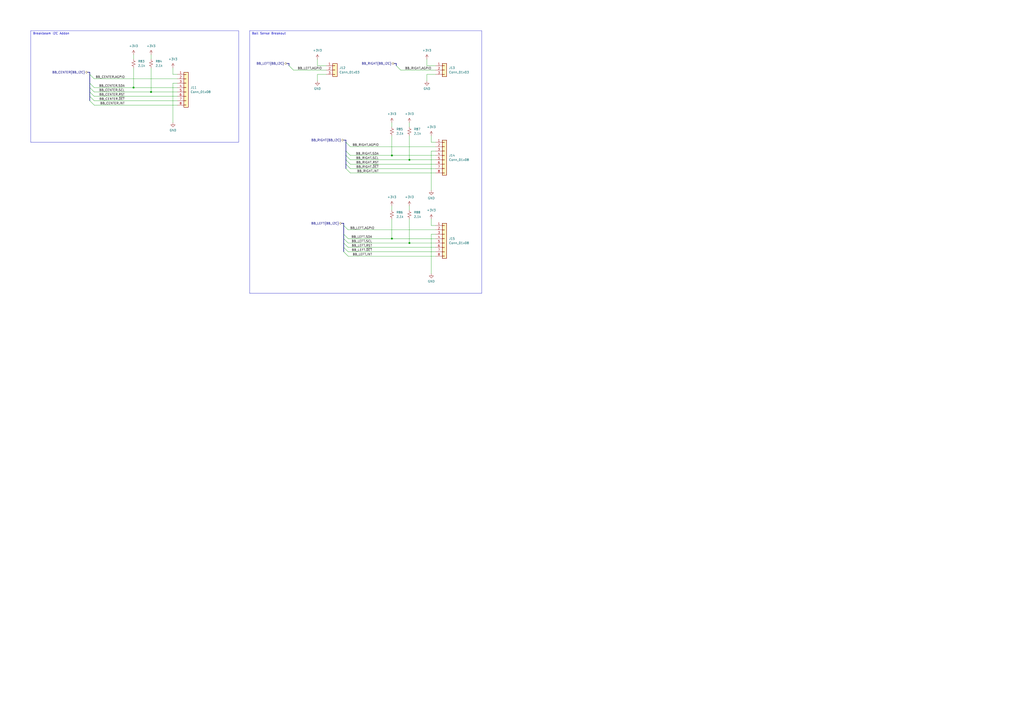
<source format=kicad_sch>
(kicad_sch (version 20230121) (generator eeschema)
  (paper "A2")
  (title_block (title "Kicker") (date "2024-05-23") (rev "3.1") (company "The A-Team (RC SSL)") (comment 1 "W. Stuckey"))
  (lib_symbols
    (symbol "Connector_Generic:Conn_01x03" (pin_names (offset 1.016) hide)
      (property "Reference" "J" (at 0 5.08 0))
      (property "Value" "Conn_01x03" (at 0 -5.08 0))
      (symbol "Conn_01x03_1_1"
        (rectangle (start -1.27 -2.413) (end 0 -2.667) (stroke (width 0.1524)))
        (rectangle (start -1.27 0.127) (end 0 -0.127) (stroke (width 0.1524)))
        (rectangle (start -1.27 2.667) (end 0 2.413) (stroke (width 0.1524)))
        (rectangle (start -1.27 3.81) (end 1.27 -3.81) (stroke (width 0.254)) (fill (type background)))
        (pin passive line (at -5.08 2.54 0) (length 3.81) (name "Pin_1") (number "1"))
        (pin passive line (at -5.08 0 0) (length 3.81) (name "Pin_2") (number "2"))
        (pin passive line (at -5.08 -2.54 0) (length 3.81) (name "Pin_3") (number "3"))
      )
    )
    (symbol "Connector_Generic:Conn_01x08" (pin_names (offset 1.016) hide)
      (property "Reference" "J" (at 0 10.16 0))
      (property "Value" "Conn_01x08" (at 0 -12.7 0))
      (symbol "Conn_01x08_1_1"
        (rectangle (start -1.27 -10.033) (end 0 -10.287) (stroke (width 0.1524)))
        (rectangle (start -1.27 -7.493) (end 0 -7.747) (stroke (width 0.1524)))
        (rectangle (start -1.27 -4.953) (end 0 -5.207) (stroke (width 0.1524)))
        (rectangle (start -1.27 -2.413) (end 0 -2.667) (stroke (width 0.1524)))
        (rectangle (start -1.27 0.127) (end 0 -0.127) (stroke (width 0.1524)))
        (rectangle (start -1.27 2.667) (end 0 2.413) (stroke (width 0.1524)))
        (rectangle (start -1.27 5.207) (end 0 4.953) (stroke (width 0.1524)))
        (rectangle (start -1.27 7.747) (end 0 7.493) (stroke (width 0.1524)))
        (rectangle (start -1.27 8.89) (end 1.27 -11.43) (stroke (width 0.254)) (fill (type background)))
        (pin passive line (at -5.08 7.62 0) (length 3.81) (name "Pin_1") (number "1"))
        (pin passive line (at -5.08 5.08 0) (length 3.81) (name "Pin_2") (number "2"))
        (pin passive line (at -5.08 2.54 0) (length 3.81) (name "Pin_3") (number "3"))
        (pin passive line (at -5.08 0 0) (length 3.81) (name "Pin_4") (number "4"))
        (pin passive line (at -5.08 -2.54 0) (length 3.81) (name "Pin_5") (number "5"))
        (pin passive line (at -5.08 -5.08 0) (length 3.81) (name "Pin_6") (number "6"))
        (pin passive line (at -5.08 -7.62 0) (length 3.81) (name "Pin_7") (number "7"))
        (pin passive line (at -5.08 -10.16 0) (length 3.81) (name "Pin_8") (number "8"))
      )
    )
    (symbol "Device:R_Small_US" (pin_numbers hide) (pin_names (offset 0.254) hide)
      (property "Reference" "R" (at 0.762 0.508 0))
      (property "Value" "R_Small_US" (at 0.762 -1.016 0))
      (symbol "R_Small_US_1_1"
        (polyline (pts (xy 0 0) (xy 1.016 -0.381) (xy 0 -0.762) (xy -1.016 -1.143) (xy 0 -1.524)))
        (polyline (pts (xy 0 1.524) (xy 1.016 1.143) (xy 0 0.762) (xy -1.016 0.381) (xy 0 0)))
        (pin passive line (at 0 2.54 270) (length 1.016) (name "~") (number "1"))
        (pin passive line (at 0 -2.54 90) (length 1.016) (name "~") (number "2"))
      )
    )
    (symbol "power:+3V3" (power) (pin_names (offset 0))
      (property "Value" "+3V3" (at 0 3.556 0))
      (symbol "+3V3_0_1"
        (polyline (pts (xy -0.762 1.27) (xy 0 2.54)))
        (polyline (pts (xy 0 0) (xy 0 2.54)))
        (polyline (pts (xy 0 2.54) (xy 0.762 1.27)))
      )
      (symbol "+3V3_1_1"
        (pin power_in line (at 0 0 90) (length 0) hide (name "+3V3") (number "1"))
      )
    )
    (symbol "power:GND" (power) (pin_names (offset 0))
      (property "Value" "GND" (at 0 -3.81 0))
      (symbol "GND_0_1"
        (polyline (pts (xy 0 0) (xy 0 -1.27) (xy 1.27 -1.27) (xy 0 -2.54) (xy -1.27 -1.27) (xy 0 -1.27)))
      )
      (symbol "GND_1_1"
        (pin power_in line (at 0 0 270) (length 0) hide (name "GND") (number "1"))
      )
    )
  )
  (junction (at 87.63 53.34))
  (junction (at 237.49 140.97))
  (junction (at 77.47 50.8))
  (junction (at 237.49 92.71))
  (junction (at 227.33 90.17))
  (junction (at 227.33 138.43))
  (bus_entry (at 199.39 143.51) (size 2.54 2.54))
  (bus_entry (at 199.39 130.81) (size 2.54 2.54))
  (bus_entry (at 52.07 58.42) (size 2.54 2.54))
  (bus_entry (at 200.66 87.63) (size 2.54 2.54))
  (bus_entry (at 199.39 138.43) (size 2.54 2.54))
  (bus_entry (at 52.07 55.88) (size 2.54 2.54))
  (bus_entry (at 52.07 50.8) (size 2.54 2.54))
  (bus_entry (at 200.66 92.71) (size 2.54 2.54))
  (bus_entry (at 52.07 48.26) (size 2.54 2.54))
  (bus_entry (at 229.87 38.1) (size 2.54 2.54))
  (bus_entry (at 52.07 53.34) (size 2.54 2.54))
  (bus_entry (at 200.66 95.25) (size 2.54 2.54))
  (bus_entry (at 167.64 38.1) (size 2.54 2.54))
  (bus_entry (at 52.07 43.18) (size 2.54 2.54))
  (bus_entry (at 199.39 135.89) (size 2.54 2.54))
  (bus_entry (at 200.66 82.55) (size 2.54 2.54))
  (bus_entry (at 200.66 90.17) (size 2.54 2.54))
  (bus_entry (at 199.39 146.05) (size 2.54 2.54))
  (bus_entry (at 199.39 140.97) (size 2.54 2.54))
  (bus_entry (at 200.66 97.79) (size 2.54 2.54))
  (wire (pts (xy 54.61 53.34) (xy 87.63 53.34)))
  (polyline (pts (xy 279.4 17.78) (xy 279.4 170.18)))
  (bus (pts (xy 52.07 43.18) (xy 52.07 48.26)))
  (wire (pts (xy 184.15 43.18) (xy 189.23 43.18)))
  (wire (pts (xy 237.49 140.97) (xy 252.73 140.97)))
  (wire (pts (xy 201.93 133.35) (xy 252.73 133.35)))
  (wire (pts (xy 77.47 39.37) (xy 77.47 50.8)))
  (wire (pts (xy 250.19 135.89) (xy 252.73 135.89)))
  (wire (pts (xy 54.61 58.42) (xy 102.87 58.42)))
  (wire (pts (xy 247.65 38.1) (xy 252.73 38.1)))
  (wire (pts (xy 250.19 87.63) (xy 250.19 110.49)))
  (wire (pts (xy 184.15 34.29) (xy 184.15 38.1)))
  (bus (pts (xy 228.6 36.83) (xy 229.87 36.83)))
  (wire (pts (xy 247.65 34.29) (xy 247.65 38.1)))
  (wire (pts (xy 250.19 87.63) (xy 252.73 87.63)))
  (bus (pts (xy 52.07 53.34) (xy 52.07 55.88)))
  (bus (pts (xy 199.39 81.28) (xy 200.66 81.28)))
  (wire (pts (xy 201.93 146.05) (xy 252.73 146.05)))
  (bus (pts (xy 200.66 81.28) (xy 200.66 82.55)))
  (wire (pts (xy 250.19 127) (xy 250.19 130.81)))
  (wire (pts (xy 54.61 60.96) (xy 102.87 60.96)))
  (wire (pts (xy 237.49 71.12) (xy 237.49 73.66)))
  (wire (pts (xy 54.61 50.8) (xy 77.47 50.8)))
  (polyline (pts (xy 144.78 17.78) (xy 279.4 17.78)))
  (wire (pts (xy 203.2 85.09) (xy 252.73 85.09)))
  (wire (pts (xy 54.61 45.72) (xy 102.87 45.72)))
  (bus (pts (xy 52.07 55.88) (xy 52.07 58.42)))
  (wire (pts (xy 227.33 78.74) (xy 227.33 90.17)))
  (bus (pts (xy 50.8 41.91) (xy 52.07 41.91)))
  (wire (pts (xy 87.63 31.75) (xy 87.63 34.29)))
  (wire (pts (xy 227.33 71.12) (xy 227.33 73.66)))
  (wire (pts (xy 203.2 100.33) (xy 252.73 100.33)))
  (wire (pts (xy 54.61 55.88) (xy 102.87 55.88)))
  (wire (pts (xy 237.49 119.38) (xy 237.49 121.92)))
  (wire (pts (xy 100.33 71.12) (xy 100.33 48.26)))
  (bus (pts (xy 198.12 129.54) (xy 199.39 129.54)))
  (bus (pts (xy 200.66 95.25) (xy 200.66 97.79)))
  (wire (pts (xy 184.15 46.99) (xy 184.15 43.18)))
  (wire (pts (xy 201.93 143.51) (xy 252.73 143.51)))
  (wire (pts (xy 227.33 119.38) (xy 227.33 121.92)))
  (wire (pts (xy 87.63 39.37) (xy 87.63 53.34)))
  (wire (pts (xy 77.47 31.75) (xy 77.47 34.29)))
  (bus (pts (xy 200.66 90.17) (xy 200.66 92.71)))
  (bus (pts (xy 199.39 143.51) (xy 199.39 146.05)))
  (polyline (pts (xy 144.78 17.78) (xy 144.78 170.18)))
  (wire (pts (xy 250.19 130.81) (xy 252.73 130.81)))
  (wire (pts (xy 77.47 50.8) (xy 102.87 50.8)))
  (wire (pts (xy 247.65 46.99) (xy 247.65 43.18)))
  (wire (pts (xy 100.33 48.26) (xy 102.87 48.26)))
  (wire (pts (xy 250.19 82.55) (xy 252.73 82.55)))
  (wire (pts (xy 237.49 78.74) (xy 237.49 92.71)))
  (wire (pts (xy 203.2 97.79) (xy 252.73 97.79)))
  (wire (pts (xy 250.19 158.75) (xy 250.19 135.89)))
  (wire (pts (xy 237.49 92.71) (xy 252.73 92.71)))
  (bus (pts (xy 52.07 48.26) (xy 52.07 50.8)))
  (wire (pts (xy 184.15 38.1) (xy 189.23 38.1)))
  (wire (pts (xy 201.93 148.59) (xy 252.73 148.59)))
  (wire (pts (xy 232.41 40.64) (xy 252.73 40.64)))
  (wire (pts (xy 203.2 92.71) (xy 237.49 92.71)))
  (bus (pts (xy 200.66 87.63) (xy 200.66 90.17)))
  (bus (pts (xy 199.39 130.81) (xy 199.39 135.89)))
  (wire (pts (xy 203.2 90.17) (xy 227.33 90.17)))
  (bus (pts (xy 229.87 36.83) (xy 229.87 38.1)))
  (wire (pts (xy 227.33 90.17) (xy 252.73 90.17)))
  (bus (pts (xy 200.66 92.71) (xy 200.66 95.25)))
  (bus (pts (xy 200.66 82.55) (xy 200.66 87.63)))
  (bus (pts (xy 199.39 129.54) (xy 199.39 130.81)))
  (wire (pts (xy 250.19 78.74) (xy 250.19 82.55)))
  (wire (pts (xy 227.33 138.43) (xy 252.73 138.43)))
  (wire (pts (xy 170.18 40.64) (xy 189.23 40.64)))
  (polyline (pts (xy 279.4 170.18) (xy 144.78 170.18)))
  (wire (pts (xy 201.93 140.97) (xy 237.49 140.97)))
  (wire (pts (xy 100.33 39.37) (xy 100.33 43.18)))
  (wire (pts (xy 87.63 53.34) (xy 102.87 53.34)))
  (bus (pts (xy 52.07 41.91) (xy 52.07 43.18)))
  (bus (pts (xy 199.39 140.97) (xy 199.39 143.51)))
  (wire (pts (xy 201.93 138.43) (xy 227.33 138.43)))
  (bus (pts (xy 167.64 36.83) (xy 167.64 38.1)))
  (wire (pts (xy 203.2 95.25) (xy 252.73 95.25)))
  (wire (pts (xy 237.49 127) (xy 237.49 140.97)))
  (wire (pts (xy 247.65 43.18) (xy 252.73 43.18)))
  (bus (pts (xy 166.37 36.83) (xy 167.64 36.83)))
  (bus (pts (xy 52.07 50.8) (xy 52.07 53.34)))
  (wire (pts (xy 227.33 127) (xy 227.33 138.43)))
  (bus (pts (xy 199.39 135.89) (xy 199.39 138.43)))
  (wire (pts (xy 100.33 43.18) (xy 102.87 43.18)))
  (bus (pts (xy 199.39 138.43) (xy 199.39 140.97)))
  (rectangle (start 17.78 17.78) (end 138.43 82.55))
  (text "Ball Sense Breakout" (at 146.05 20.32 0) (effects (font (size 1.27 1.27)) (justify left bottom)))
  (text "Breakbeam I2C Addon" (at 19.05 20.32 0) (effects (font (size 1.27 1.27)) (justify left bottom)))
  (label "BB_LEFT.AGPIO" (at 217.17 133.35 180))
  (label "BB_RIGHT.AGPIO" (at 219.71 85.09 180))
  (label "BB_RIGHT.AGPIO" (at 250.19 40.64 180))
  (label "BB_RIGHT.INT" (at 219.71 100.33 180))
  (label "BB_CENTER.RST" (at 72.39 55.88 180))
  (label "BB_CENTER.~{DET}" (at 72.39 58.42 180))
  (label "BB_RIGHT.SCL" (at 219.71 92.71 180))
  (label "BB_LEFT.SDA" (at 215.9 138.43 180))
  (label "BB_LEFT.AGPIO" (at 186.69 40.64 180))
  (label "BB_CENTER.SDA" (at 72.39 50.8 180))
  (label "BB_LEFT.~{DET}" (at 215.9 146.05 180))
  (label "BB_RIGHT.~{DET}" (at 219.71 97.79 180))
  (label "BB_CENTER.AGPIO" (at 72.39 45.72 180))
  (label "BB_LEFT.SCL" (at 215.9 140.97 180))
  (label "BB_LEFT.RST" (at 215.9 143.51 180))
  (label "BB_CENTER.SCL" (at 72.39 53.34 180))
  (label "BB_CENTER.INT" (at 72.39 60.96 180))
  (label "BB_RIGHT.SDA" (at 219.71 90.17 180))
  (label "BB_LEFT.INT" (at 215.9 148.59 180))
  (label "BB_RIGHT.RST" (at 219.71 95.25 180))
  (hierarchical_label "BB_RIGHT{BB_I2C}" (shape bidirectional) (at 228.6 36.83 180))
  (hierarchical_label "BB_LEFT{BB_I2C}" (shape bidirectional) (at 198.12 129.54 180))
  (hierarchical_label "BB_LEFT{BB_I2C}" (shape bidirectional) (at 166.37 36.83 180))
  (hierarchical_label "BB_RIGHT{BB_I2C}" (shape bidirectional) (at 199.39 81.28 180))
  (hierarchical_label "BB_CENTER{BB_I2C}" (shape bidirectional) (at 50.8 41.91 180))
  (symbol (lib_id "power:+3V3") (at 237.49 71.12 0) (unit 1)
    (property "Reference" "#PWR0153" (effects hide))
    (property "Value" "+3V3" (at 237.49 66.04 0))
  )
  (symbol (lib_id "power:GND") (at 100.33 71.12 0) (unit 1)
    (property "Reference" "#PWR0148" (effects hide))
    (property "Value" "GND" (at 100.33 75.565 0))
    (instances (project "kicker" (path "" (reference "#PWR0148") (unit 1))) (project "kicker" (path "" (reference "#PWR085") (unit 1))))
  )
  (symbol (lib_id "Connector_Generic:Conn_01x03") (at 257.81 40.64 0) (unit 1)
    (property "Reference" "J13" (at 260.35 39.3699 0) (effects (justify left)))
    (property "Value" "Conn_01x03" (at 260.35 41.9099 0) (effects (justify left)))
    (property "Footprint" "Connector_JST:JST_SH_SM03B-SRSS-TB_1x03-1MP_P1.00mm_Horizontal" (effects hide))
    (instances (project "kicker" (path "" (reference "J13") (unit 1))) (project "kicker" (path "" (reference "J8") (unit 1))))
  )
  (symbol (lib_id "power:+3V3") (at 87.63 31.75 0) (unit 1)
    (property "Reference" "#PWR0146" (effects hide))
    (property "Value" "+3V3" (at 87.63 26.67 0))
  )
  (symbol (lib_id "power:+3V3") (at 227.33 119.38 0) (unit 1)
    (property "Reference" "#PWR0152" (effects hide))
    (property "Value" "+3V3" (at 227.33 114.3 0))
  )
  (symbol (lib_id "Device:R_Small_US") (at 227.33 76.2 0) (unit 1)
    (property "Reference" "R85" (at 229.87 74.93 0) (effects (justify left)))
    (property "Value" "2.1k" (at 229.87 77.47 0) (effects (justify left)))
    (property "Footprint" "Resistor_SMD:R_0402_1005Metric" (effects hide))
  )
  (symbol (lib_id "power:GND") (at 247.65 46.99 0) (unit 1)
    (property "Reference" "#PWR0156" (effects hide))
    (property "Value" "GND" (at 247.65 51.435 0))
    (instances (project "kicker" (path "" (reference "#PWR0156") (unit 1))) (project "kicker" (path "" (reference "#PWR089") (unit 1))))
  )
  (symbol (lib_id "power:+3V3") (at 237.49 119.38 0) (unit 1)
    (property "Reference" "#PWR0154" (effects hide))
    (property "Value" "+3V3" (at 237.49 114.3 0))
  )
  (symbol (lib_id "Connector_Generic:Conn_01x08") (at 257.81 90.17 0) (unit 1)
    (property "Reference" "J14" (at 260.35 90.17 0) (effects (justify left)))
    (property "Value" "Conn_01x08" (at 260.35 92.71 0) (effects (justify left)))
    (property "Footprint" "Connector_JST:JST_SH_SM08B-SRSS-TB_1x08-1MP_P1.00mm_Horizontal" (effects hide))
  )
  (symbol (lib_id "power:+3V3") (at 184.15 34.29 0) (unit 1)
    (property "Reference" "#PWR0149" (effects hide))
    (property "Value" "+3V3" (at 184.15 29.21 0))
  )
  (symbol (lib_id "power:+3V3") (at 247.65 34.29 0) (unit 1)
    (property "Reference" "#PWR0155" (effects hide))
    (property "Value" "+3V3" (at 247.65 29.21 0))
  )
  (symbol (lib_id "Connector_Generic:Conn_01x08") (at 257.81 138.43 0) (unit 1)
    (property "Reference" "J15" (at 260.35 138.43 0) (effects (justify left)))
    (property "Value" "Conn_01x08" (at 260.35 140.97 0) (effects (justify left)))
    (property "Footprint" "Connector_JST:JST_SH_SM08B-SRSS-TB_1x08-1MP_P1.00mm_Horizontal" (effects hide))
  )
  (symbol (lib_id "Connector_Generic:Conn_01x08") (at 107.95 50.8 0) (unit 1)
    (property "Reference" "J11" (at 110.49 50.8 0) (effects (justify left)))
    (property "Value" "Conn_01x08" (at 110.49 53.34 0) (effects (justify left)))
    (property "Footprint" "Connector_JST:JST_SH_SM08B-SRSS-TB_1x08-1MP_P1.00mm_Horizontal" (effects hide))
  )
  (symbol (lib_id "Device:R_Small_US") (at 77.47 36.83 0) (unit 1)
    (property "Reference" "R83" (at 80.01 35.56 0) (effects (justify left)))
    (property "Value" "2.1k" (at 80.01 38.1 0) (effects (justify left)))
    (property "Footprint" "Resistor_SMD:R_0402_1005Metric" (effects hide))
  )
  (symbol (lib_id "power:+3V3") (at 227.33 71.12 0) (unit 1)
    (property "Reference" "#PWR0151" (effects hide))
    (property "Value" "+3V3" (at 227.33 66.04 0))
  )
  (symbol (lib_id "Device:R_Small_US") (at 87.63 36.83 0) (unit 1)
    (property "Reference" "R84" (at 90.17 35.56 0) (effects (justify left)))
    (property "Value" "2.1k" (at 90.17 38.1 0) (effects (justify left)))
    (property "Footprint" "Resistor_SMD:R_0402_1005Metric" (effects hide))
  )
  (symbol (lib_id "Device:R_Small_US") (at 227.33 124.46 0) (unit 1)
    (property "Reference" "R86" (at 229.87 123.19 0) (effects (justify left)))
    (property "Value" "2.1k" (at 229.87 125.73 0) (effects (justify left)))
    (property "Footprint" "Resistor_SMD:R_0402_1005Metric" (effects hide))
  )
  (symbol (lib_id "power:+3V3") (at 250.19 127 0) (unit 1)
    (property "Reference" "#PWR0159" (effects hide))
    (property "Value" "+3V3" (at 250.19 121.92 0))
  )
  (symbol (lib_id "Device:R_Small_US") (at 237.49 124.46 0) (unit 1)
    (property "Reference" "R88" (at 240.03 123.19 0) (effects (justify left)))
    (property "Value" "2.1k" (at 240.03 125.73 0) (effects (justify left)))
    (property "Footprint" "Resistor_SMD:R_0402_1005Metric" (effects hide))
  )
  (symbol (lib_id "power:GND") (at 184.15 46.99 0) (unit 1)
    (property "Reference" "#PWR0150" (effects hide))
    (property "Value" "GND" (at 184.15 51.435 0))
    (instances (project "kicker" (path "" (reference "#PWR0150") (unit 1))) (project "kicker" (path "" (reference "#PWR085") (unit 1))))
  )
  (symbol (lib_id "power:+3V3") (at 250.19 78.74 0) (unit 1)
    (property "Reference" "#PWR0157" (effects hide))
    (property "Value" "+3V3" (at 250.19 73.66 0))
  )
  (symbol (lib_id "Device:R_Small_US") (at 237.49 76.2 0) (unit 1)
    (property "Reference" "R87" (at 240.03 74.93 0) (effects (justify left)))
    (property "Value" "2.1k" (at 240.03 77.47 0) (effects (justify left)))
    (property "Footprint" "Resistor_SMD:R_0402_1005Metric" (effects hide))
  )
  (symbol (lib_id "power:+3V3") (at 100.33 39.37 0) (unit 1)
    (property "Reference" "#PWR0147" (effects hide))
    (property "Value" "+3V3" (at 100.33 34.29 0))
  )
  (symbol (lib_id "power:+3V3") (at 77.47 31.75 0) (unit 1)
    (property "Reference" "#PWR0145" (effects hide))
    (property "Value" "+3V3" (at 77.47 26.67 0))
  )
  (symbol (lib_id "power:GND") (at 250.19 110.49 0) (unit 1)
    (property "Reference" "#PWR0158" (effects hide))
    (property "Value" "GND" (at 250.19 114.935 0))
    (instances (project "kicker" (path "" (reference "#PWR0158") (unit 1))) (project "kicker" (path "" (reference "#PWR085") (unit 1))))
  )
  (symbol (lib_id "power:GND") (at 250.19 158.75 0) (unit 1)
    (property "Reference" "#PWR0160" (effects hide))
    (property "Value" "GND" (at 250.19 163.195 0))
    (instances (project "kicker" (path "" (reference "#PWR0160") (unit 1))) (project "kicker" (path "" (reference "#PWR085") (unit 1))))
  )
  (symbol (lib_id "Connector_Generic:Conn_01x03") (at 194.31 40.64 0) (unit 1)
    (property "Reference" "J12" (at 196.85 39.3699 0) (effects (justify left)))
    (property "Value" "Conn_01x03" (at 196.85 41.9099 0) (effects (justify left)))
    (property "Footprint" "Connector_JST:JST_SH_SM03B-SRSS-TB_1x03-1MP_P1.00mm_Horizontal" (effects hide))
    (instances (project "kicker" (path "" (reference "J12") (unit 1))) (project "kicker" (path "" (reference "J7") (unit 1))))
  )
)
</source>
